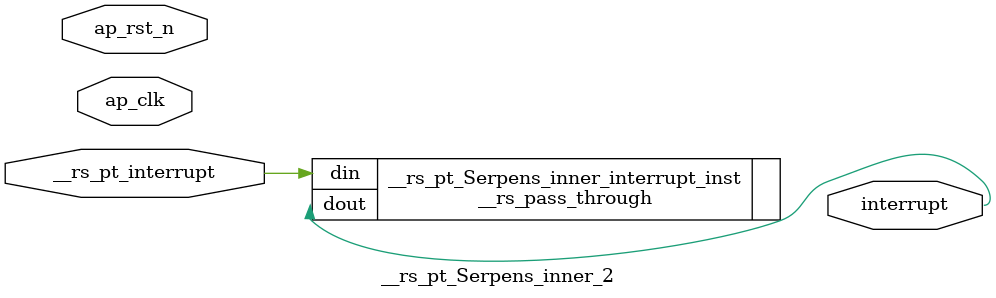
<source format=v>
`timescale 1 ns / 1 ps
/**   Generated by RapidStream   **/
module __rs_pt_Serpens_inner_2 #(
    parameter C_S_AXI_CONTROL_DATA_WIDTH  = 32,
    parameter C_S_AXI_CONTROL_ADDR_WIDTH  = 10,
    parameter C_S_AXI_DATA_WIDTH          = 32,
    parameter C_S_AXI_CONTROL_WSTRB_WIDTH = 4,
    parameter C_S_AXI_WSTRB_WIDTH         = 4
) (
    input wire  __rs_pt_interrupt,
    input wire  ap_clk,
    input wire  ap_rst_n,
    output wire interrupt
);




__rs_pass_through #(
    .WIDTH (1)
) __rs_pt_Serpens_inner_interrupt_inst /**   Generated by RapidStream   **/ (
    .din  (__rs_pt_interrupt),
    .dout (interrupt)
);

endmodule  // __rs_pt_Serpens_inner_2
</source>
